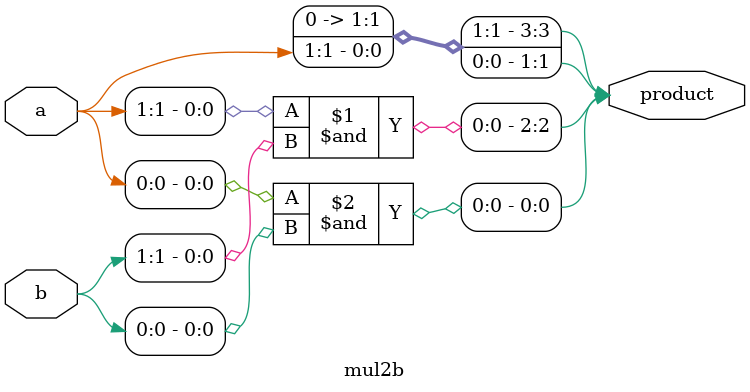
<source format=v>
module mul2b (
    input wire [1:0] a,           // 2-bit input a
    input wire [1:0] b,           // 2-bit input b
    output wire [3:0] product     // 4-bit output product
);

    assign product[3] = 0;                      // c3 is set to 0
    assign product[2] = a[1] & b[1];            // c2
    assign product[1] = a[1]; // c1
    assign product[0] = a[0] & b[0];            // c0

endmodule
</source>
